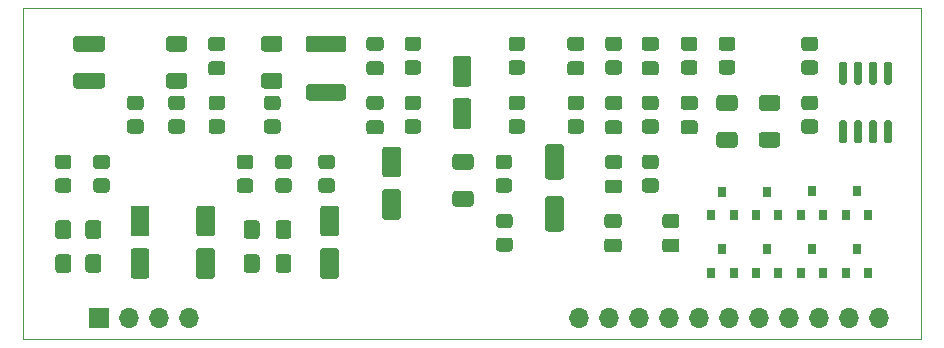
<source format=gbr>
%TF.GenerationSoftware,KiCad,Pcbnew,5.1.7-a382d34a8~87~ubuntu18.04.1*%
%TF.CreationDate,2020-10-31T20:21:00-04:00*%
%TF.ProjectId,DolbyS_NR_HIC,446f6c62-7953-45f4-9e52-5f4849432e6b,rev?*%
%TF.SameCoordinates,PXc65d400PY5d75c80*%
%TF.FileFunction,Soldermask,Bot*%
%TF.FilePolarity,Negative*%
%FSLAX46Y46*%
G04 Gerber Fmt 4.6, Leading zero omitted, Abs format (unit mm)*
G04 Created by KiCad (PCBNEW 5.1.7-a382d34a8~87~ubuntu18.04.1) date 2020-10-31 20:21:00*
%MOMM*%
%LPD*%
G01*
G04 APERTURE LIST*
%TA.AperFunction,Profile*%
%ADD10C,0.100000*%
%TD*%
%ADD11R,1.700000X1.700000*%
%ADD12O,1.700000X1.700000*%
%ADD13R,0.800000X0.900000*%
G04 APERTURE END LIST*
D10*
X-76000000Y-27000000D02*
X-76000000Y1000000D01*
X0Y-27000000D02*
X-76000000Y-27000000D01*
X0Y1000000D02*
X0Y-27000000D01*
X-76000000Y1000000D02*
X0Y1000000D01*
D11*
%TO.C,J1*%
X-69570000Y-25190000D03*
D12*
X-67030000Y-25190000D03*
X-64490000Y-25190000D03*
X-61950000Y-25190000D03*
X-28930000Y-25190000D03*
X-26390000Y-25190000D03*
X-23850000Y-25190000D03*
X-21310000Y-25190000D03*
X-18770000Y-25190000D03*
X-16230000Y-25190000D03*
X-13690000Y-25190000D03*
X-11150000Y-25190000D03*
X-8610000Y-25190000D03*
X-6070000Y-25190000D03*
X-3530000Y-25190000D03*
%TD*%
%TO.C,C46*%
G36*
G01*
X-70475001Y-19812500D02*
X-69624999Y-19812500D01*
G75*
G02*
X-69375000Y-20062499I0J-249999D01*
G01*
X-69375000Y-21137501D01*
G75*
G02*
X-69624999Y-21387500I-249999J0D01*
G01*
X-70475001Y-21387500D01*
G75*
G02*
X-70725000Y-21137501I0J249999D01*
G01*
X-70725000Y-20062499D01*
G75*
G02*
X-70475001Y-19812500I249999J0D01*
G01*
G37*
G36*
G01*
X-70475001Y-16937500D02*
X-69624999Y-16937500D01*
G75*
G02*
X-69375000Y-17187499I0J-249999D01*
G01*
X-69375000Y-18262501D01*
G75*
G02*
X-69624999Y-18512500I-249999J0D01*
G01*
X-70475001Y-18512500D01*
G75*
G02*
X-70725000Y-18262501I0J249999D01*
G01*
X-70725000Y-17187499D01*
G75*
G02*
X-70475001Y-16937500I249999J0D01*
G01*
G37*
%TD*%
D13*
%TO.C,D1*%
X-5400000Y-14500000D03*
X-6350000Y-16500000D03*
X-4450000Y-16500000D03*
%TD*%
%TO.C,D4*%
X-16800000Y-14522000D03*
X-17750000Y-16522000D03*
X-15850000Y-16522000D03*
%TD*%
%TO.C,D3*%
X-9200000Y-14500000D03*
X-10150000Y-16500000D03*
X-8250000Y-16500000D03*
%TD*%
%TO.C,D2*%
X-13000000Y-14522000D03*
X-13950000Y-16522000D03*
X-12050000Y-16522000D03*
%TD*%
%TO.C,C47*%
G36*
G01*
X-55600001Y-4462500D02*
X-54299999Y-4462500D01*
G75*
G02*
X-54050000Y-4712499I0J-249999D01*
G01*
X-54050000Y-5537501D01*
G75*
G02*
X-54299999Y-5787500I-249999J0D01*
G01*
X-55600001Y-5787500D01*
G75*
G02*
X-55850000Y-5537501I0J249999D01*
G01*
X-55850000Y-4712499D01*
G75*
G02*
X-55600001Y-4462500I249999J0D01*
G01*
G37*
G36*
G01*
X-55600001Y-1337500D02*
X-54299999Y-1337500D01*
G75*
G02*
X-54050000Y-1587499I0J-249999D01*
G01*
X-54050000Y-2412501D01*
G75*
G02*
X-54299999Y-2662500I-249999J0D01*
G01*
X-55600001Y-2662500D01*
G75*
G02*
X-55850000Y-2412501I0J249999D01*
G01*
X-55850000Y-1587499D01*
G75*
G02*
X-55600001Y-1337500I249999J0D01*
G01*
G37*
%TD*%
%TO.C,C37*%
G36*
G01*
X-63650001Y-4462500D02*
X-62349999Y-4462500D01*
G75*
G02*
X-62100000Y-4712499I0J-249999D01*
G01*
X-62100000Y-5537501D01*
G75*
G02*
X-62349999Y-5787500I-249999J0D01*
G01*
X-63650001Y-5787500D01*
G75*
G02*
X-63900000Y-5537501I0J249999D01*
G01*
X-63900000Y-4712499D01*
G75*
G02*
X-63650001Y-4462500I249999J0D01*
G01*
G37*
G36*
G01*
X-63650001Y-1337500D02*
X-62349999Y-1337500D01*
G75*
G02*
X-62100000Y-1587499I0J-249999D01*
G01*
X-62100000Y-2412501D01*
G75*
G02*
X-62349999Y-2662500I-249999J0D01*
G01*
X-63650001Y-2662500D01*
G75*
G02*
X-63900000Y-2412501I0J249999D01*
G01*
X-63900000Y-1587499D01*
G75*
G02*
X-63650001Y-1337500I249999J0D01*
G01*
G37*
%TD*%
%TO.C,C12*%
G36*
G01*
X-45350000Y-14300000D02*
X-44250000Y-14300000D01*
G75*
G02*
X-44000000Y-14550000I0J-250000D01*
G01*
X-44000000Y-16650000D01*
G75*
G02*
X-44250000Y-16900000I-250000J0D01*
G01*
X-45350000Y-16900000D01*
G75*
G02*
X-45600000Y-16650000I0J250000D01*
G01*
X-45600000Y-14550000D01*
G75*
G02*
X-45350000Y-14300000I250000J0D01*
G01*
G37*
G36*
G01*
X-45350000Y-10700000D02*
X-44250000Y-10700000D01*
G75*
G02*
X-44000000Y-10950000I0J-250000D01*
G01*
X-44000000Y-13050000D01*
G75*
G02*
X-44250000Y-13300000I-250000J0D01*
G01*
X-45350000Y-13300000D01*
G75*
G02*
X-45600000Y-13050000I0J250000D01*
G01*
X-45600000Y-10950000D01*
G75*
G02*
X-45350000Y-10700000I250000J0D01*
G01*
G37*
%TD*%
%TO.C,U2*%
G36*
G01*
X-6728000Y-8467000D02*
X-6428000Y-8467000D01*
G75*
G02*
X-6278000Y-8617000I0J-150000D01*
G01*
X-6278000Y-10267000D01*
G75*
G02*
X-6428000Y-10417000I-150000J0D01*
G01*
X-6728000Y-10417000D01*
G75*
G02*
X-6878000Y-10267000I0J150000D01*
G01*
X-6878000Y-8617000D01*
G75*
G02*
X-6728000Y-8467000I150000J0D01*
G01*
G37*
G36*
G01*
X-5458000Y-8467000D02*
X-5158000Y-8467000D01*
G75*
G02*
X-5008000Y-8617000I0J-150000D01*
G01*
X-5008000Y-10267000D01*
G75*
G02*
X-5158000Y-10417000I-150000J0D01*
G01*
X-5458000Y-10417000D01*
G75*
G02*
X-5608000Y-10267000I0J150000D01*
G01*
X-5608000Y-8617000D01*
G75*
G02*
X-5458000Y-8467000I150000J0D01*
G01*
G37*
G36*
G01*
X-4188000Y-8467000D02*
X-3888000Y-8467000D01*
G75*
G02*
X-3738000Y-8617000I0J-150000D01*
G01*
X-3738000Y-10267000D01*
G75*
G02*
X-3888000Y-10417000I-150000J0D01*
G01*
X-4188000Y-10417000D01*
G75*
G02*
X-4338000Y-10267000I0J150000D01*
G01*
X-4338000Y-8617000D01*
G75*
G02*
X-4188000Y-8467000I150000J0D01*
G01*
G37*
G36*
G01*
X-2918000Y-8467000D02*
X-2618000Y-8467000D01*
G75*
G02*
X-2468000Y-8617000I0J-150000D01*
G01*
X-2468000Y-10267000D01*
G75*
G02*
X-2618000Y-10417000I-150000J0D01*
G01*
X-2918000Y-10417000D01*
G75*
G02*
X-3068000Y-10267000I0J150000D01*
G01*
X-3068000Y-8617000D01*
G75*
G02*
X-2918000Y-8467000I150000J0D01*
G01*
G37*
G36*
G01*
X-2918000Y-3517000D02*
X-2618000Y-3517000D01*
G75*
G02*
X-2468000Y-3667000I0J-150000D01*
G01*
X-2468000Y-5317000D01*
G75*
G02*
X-2618000Y-5467000I-150000J0D01*
G01*
X-2918000Y-5467000D01*
G75*
G02*
X-3068000Y-5317000I0J150000D01*
G01*
X-3068000Y-3667000D01*
G75*
G02*
X-2918000Y-3517000I150000J0D01*
G01*
G37*
G36*
G01*
X-4188000Y-3517000D02*
X-3888000Y-3517000D01*
G75*
G02*
X-3738000Y-3667000I0J-150000D01*
G01*
X-3738000Y-5317000D01*
G75*
G02*
X-3888000Y-5467000I-150000J0D01*
G01*
X-4188000Y-5467000D01*
G75*
G02*
X-4338000Y-5317000I0J150000D01*
G01*
X-4338000Y-3667000D01*
G75*
G02*
X-4188000Y-3517000I150000J0D01*
G01*
G37*
G36*
G01*
X-5458000Y-3517000D02*
X-5158000Y-3517000D01*
G75*
G02*
X-5008000Y-3667000I0J-150000D01*
G01*
X-5008000Y-5317000D01*
G75*
G02*
X-5158000Y-5467000I-150000J0D01*
G01*
X-5458000Y-5467000D01*
G75*
G02*
X-5608000Y-5317000I0J150000D01*
G01*
X-5608000Y-3667000D01*
G75*
G02*
X-5458000Y-3517000I150000J0D01*
G01*
G37*
G36*
G01*
X-6728000Y-3517000D02*
X-6428000Y-3517000D01*
G75*
G02*
X-6278000Y-3667000I0J-150000D01*
G01*
X-6278000Y-5317000D01*
G75*
G02*
X-6428000Y-5467000I-150000J0D01*
G01*
X-6728000Y-5467000D01*
G75*
G02*
X-6878000Y-5317000I0J150000D01*
G01*
X-6878000Y-3667000D01*
G75*
G02*
X-6728000Y-3517000I150000J0D01*
G01*
G37*
%TD*%
%TO.C,R52*%
G36*
G01*
X-34650001Y-8400000D02*
X-33749999Y-8400000D01*
G75*
G02*
X-33500000Y-8649999I0J-249999D01*
G01*
X-33500000Y-9350001D01*
G75*
G02*
X-33749999Y-9600000I-249999J0D01*
G01*
X-34650001Y-9600000D01*
G75*
G02*
X-34900000Y-9350001I0J249999D01*
G01*
X-34900000Y-8649999D01*
G75*
G02*
X-34650001Y-8400000I249999J0D01*
G01*
G37*
G36*
G01*
X-34650001Y-6400000D02*
X-33749999Y-6400000D01*
G75*
G02*
X-33500000Y-6649999I0J-249999D01*
G01*
X-33500000Y-7350001D01*
G75*
G02*
X-33749999Y-7600000I-249999J0D01*
G01*
X-34650001Y-7600000D01*
G75*
G02*
X-34900000Y-7350001I0J249999D01*
G01*
X-34900000Y-6649999D01*
G75*
G02*
X-34650001Y-6400000I249999J0D01*
G01*
G37*
%TD*%
%TO.C,R51*%
G36*
G01*
X-50750001Y-13400000D02*
X-49849999Y-13400000D01*
G75*
G02*
X-49600000Y-13649999I0J-249999D01*
G01*
X-49600000Y-14350001D01*
G75*
G02*
X-49849999Y-14600000I-249999J0D01*
G01*
X-50750001Y-14600000D01*
G75*
G02*
X-51000000Y-14350001I0J249999D01*
G01*
X-51000000Y-13649999D01*
G75*
G02*
X-50750001Y-13400000I249999J0D01*
G01*
G37*
G36*
G01*
X-50750001Y-11400000D02*
X-49849999Y-11400000D01*
G75*
G02*
X-49600000Y-11649999I0J-249999D01*
G01*
X-49600000Y-12350001D01*
G75*
G02*
X-49849999Y-12600000I-249999J0D01*
G01*
X-50750001Y-12600000D01*
G75*
G02*
X-51000000Y-12350001I0J249999D01*
G01*
X-51000000Y-11649999D01*
G75*
G02*
X-50750001Y-11400000I249999J0D01*
G01*
G37*
%TD*%
%TO.C,R49*%
G36*
G01*
X-55350001Y-8400000D02*
X-54449999Y-8400000D01*
G75*
G02*
X-54200000Y-8649999I0J-249999D01*
G01*
X-54200000Y-9350001D01*
G75*
G02*
X-54449999Y-9600000I-249999J0D01*
G01*
X-55350001Y-9600000D01*
G75*
G02*
X-55600000Y-9350001I0J249999D01*
G01*
X-55600000Y-8649999D01*
G75*
G02*
X-55350001Y-8400000I249999J0D01*
G01*
G37*
G36*
G01*
X-55350001Y-6400000D02*
X-54449999Y-6400000D01*
G75*
G02*
X-54200000Y-6649999I0J-249999D01*
G01*
X-54200000Y-7350001D01*
G75*
G02*
X-54449999Y-7600000I-249999J0D01*
G01*
X-55350001Y-7600000D01*
G75*
G02*
X-55600000Y-7350001I0J249999D01*
G01*
X-55600000Y-6649999D01*
G75*
G02*
X-55350001Y-6400000I249999J0D01*
G01*
G37*
%TD*%
%TO.C,R48*%
G36*
G01*
X-68909999Y-12600000D02*
X-69810001Y-12600000D01*
G75*
G02*
X-70060000Y-12350001I0J249999D01*
G01*
X-70060000Y-11649999D01*
G75*
G02*
X-69810001Y-11400000I249999J0D01*
G01*
X-68909999Y-11400000D01*
G75*
G02*
X-68660000Y-11649999I0J-249999D01*
G01*
X-68660000Y-12350001D01*
G75*
G02*
X-68909999Y-12600000I-249999J0D01*
G01*
G37*
G36*
G01*
X-68909999Y-14600000D02*
X-69810001Y-14600000D01*
G75*
G02*
X-70060000Y-14350001I0J249999D01*
G01*
X-70060000Y-13649999D01*
G75*
G02*
X-69810001Y-13400000I249999J0D01*
G01*
X-68909999Y-13400000D01*
G75*
G02*
X-68660000Y-13649999I0J-249999D01*
G01*
X-68660000Y-14350001D01*
G75*
G02*
X-68909999Y-14600000I-249999J0D01*
G01*
G37*
%TD*%
%TO.C,R47*%
G36*
G01*
X-53499999Y-12600000D02*
X-54400001Y-12600000D01*
G75*
G02*
X-54650000Y-12350001I0J249999D01*
G01*
X-54650000Y-11649999D01*
G75*
G02*
X-54400001Y-11400000I249999J0D01*
G01*
X-53499999Y-11400000D01*
G75*
G02*
X-53250000Y-11649999I0J-249999D01*
G01*
X-53250000Y-12350001D01*
G75*
G02*
X-53499999Y-12600000I-249999J0D01*
G01*
G37*
G36*
G01*
X-53499999Y-14600000D02*
X-54400001Y-14600000D01*
G75*
G02*
X-54650000Y-14350001I0J249999D01*
G01*
X-54650000Y-13649999D01*
G75*
G02*
X-54400001Y-13400000I249999J0D01*
G01*
X-53499999Y-13400000D01*
G75*
G02*
X-53250000Y-13649999I0J-249999D01*
G01*
X-53250000Y-14350001D01*
G75*
G02*
X-53499999Y-14600000I-249999J0D01*
G01*
G37*
%TD*%
%TO.C,R46*%
G36*
G01*
X-72149999Y-12600000D02*
X-73050001Y-12600000D01*
G75*
G02*
X-73300000Y-12350001I0J249999D01*
G01*
X-73300000Y-11649999D01*
G75*
G02*
X-73050001Y-11400000I249999J0D01*
G01*
X-72149999Y-11400000D01*
G75*
G02*
X-71900000Y-11649999I0J-249999D01*
G01*
X-71900000Y-12350001D01*
G75*
G02*
X-72149999Y-12600000I-249999J0D01*
G01*
G37*
G36*
G01*
X-72149999Y-14600000D02*
X-73050001Y-14600000D01*
G75*
G02*
X-73300000Y-14350001I0J249999D01*
G01*
X-73300000Y-13649999D01*
G75*
G02*
X-73050001Y-13400000I249999J0D01*
G01*
X-72149999Y-13400000D01*
G75*
G02*
X-71900000Y-13649999I0J-249999D01*
G01*
X-71900000Y-14350001D01*
G75*
G02*
X-72149999Y-14600000I-249999J0D01*
G01*
G37*
%TD*%
%TO.C,R45*%
G36*
G01*
X-57660001Y-13400000D02*
X-56759999Y-13400000D01*
G75*
G02*
X-56510000Y-13649999I0J-249999D01*
G01*
X-56510000Y-14350001D01*
G75*
G02*
X-56759999Y-14600000I-249999J0D01*
G01*
X-57660001Y-14600000D01*
G75*
G02*
X-57910000Y-14350001I0J249999D01*
G01*
X-57910000Y-13649999D01*
G75*
G02*
X-57660001Y-13400000I249999J0D01*
G01*
G37*
G36*
G01*
X-57660001Y-11400000D02*
X-56759999Y-11400000D01*
G75*
G02*
X-56510000Y-11649999I0J-249999D01*
G01*
X-56510000Y-12350001D01*
G75*
G02*
X-56759999Y-12600000I-249999J0D01*
G01*
X-57660001Y-12600000D01*
G75*
G02*
X-57910000Y-12350001I0J249999D01*
G01*
X-57910000Y-11649999D01*
G75*
G02*
X-57660001Y-11400000I249999J0D01*
G01*
G37*
%TD*%
%TO.C,R44*%
G36*
G01*
X-60050001Y-8400000D02*
X-59149999Y-8400000D01*
G75*
G02*
X-58900000Y-8649999I0J-249999D01*
G01*
X-58900000Y-9350001D01*
G75*
G02*
X-59149999Y-9600000I-249999J0D01*
G01*
X-60050001Y-9600000D01*
G75*
G02*
X-60300000Y-9350001I0J249999D01*
G01*
X-60300000Y-8649999D01*
G75*
G02*
X-60050001Y-8400000I249999J0D01*
G01*
G37*
G36*
G01*
X-60050001Y-6400000D02*
X-59149999Y-6400000D01*
G75*
G02*
X-58900000Y-6649999I0J-249999D01*
G01*
X-58900000Y-7350001D01*
G75*
G02*
X-59149999Y-7600000I-249999J0D01*
G01*
X-60050001Y-7600000D01*
G75*
G02*
X-60300000Y-7350001I0J249999D01*
G01*
X-60300000Y-6649999D01*
G75*
G02*
X-60050001Y-6400000I249999J0D01*
G01*
G37*
%TD*%
%TO.C,R42*%
G36*
G01*
X-63450001Y-8400000D02*
X-62549999Y-8400000D01*
G75*
G02*
X-62300000Y-8649999I0J-249999D01*
G01*
X-62300000Y-9350001D01*
G75*
G02*
X-62549999Y-9600000I-249999J0D01*
G01*
X-63450001Y-9600000D01*
G75*
G02*
X-63700000Y-9350001I0J249999D01*
G01*
X-63700000Y-8649999D01*
G75*
G02*
X-63450001Y-8400000I249999J0D01*
G01*
G37*
G36*
G01*
X-63450001Y-6400000D02*
X-62549999Y-6400000D01*
G75*
G02*
X-62300000Y-6649999I0J-249999D01*
G01*
X-62300000Y-7350001D01*
G75*
G02*
X-62549999Y-7600000I-249999J0D01*
G01*
X-63450001Y-7600000D01*
G75*
G02*
X-63700000Y-7350001I0J249999D01*
G01*
X-63700000Y-6649999D01*
G75*
G02*
X-63450001Y-6400000I249999J0D01*
G01*
G37*
%TD*%
%TO.C,R40*%
G36*
G01*
X-34650001Y-3400000D02*
X-33749999Y-3400000D01*
G75*
G02*
X-33500000Y-3649999I0J-249999D01*
G01*
X-33500000Y-4350001D01*
G75*
G02*
X-33749999Y-4600000I-249999J0D01*
G01*
X-34650001Y-4600000D01*
G75*
G02*
X-34900000Y-4350001I0J249999D01*
G01*
X-34900000Y-3649999D01*
G75*
G02*
X-34650001Y-3400000I249999J0D01*
G01*
G37*
G36*
G01*
X-34650001Y-1400000D02*
X-33749999Y-1400000D01*
G75*
G02*
X-33500000Y-1649999I0J-249999D01*
G01*
X-33500000Y-2350001D01*
G75*
G02*
X-33749999Y-2600000I-249999J0D01*
G01*
X-34650001Y-2600000D01*
G75*
G02*
X-34900000Y-2350001I0J249999D01*
G01*
X-34900000Y-1649999D01*
G75*
G02*
X-34650001Y-1400000I249999J0D01*
G01*
G37*
%TD*%
%TO.C,R38*%
G36*
G01*
X-66049999Y-7600000D02*
X-66950001Y-7600000D01*
G75*
G02*
X-67200000Y-7350001I0J249999D01*
G01*
X-67200000Y-6649999D01*
G75*
G02*
X-66950001Y-6400000I249999J0D01*
G01*
X-66049999Y-6400000D01*
G75*
G02*
X-65800000Y-6649999I0J-249999D01*
G01*
X-65800000Y-7350001D01*
G75*
G02*
X-66049999Y-7600000I-249999J0D01*
G01*
G37*
G36*
G01*
X-66049999Y-9600000D02*
X-66950001Y-9600000D01*
G75*
G02*
X-67200000Y-9350001I0J249999D01*
G01*
X-67200000Y-8649999D01*
G75*
G02*
X-66950001Y-8400000I249999J0D01*
G01*
X-66049999Y-8400000D01*
G75*
G02*
X-65800000Y-8649999I0J-249999D01*
G01*
X-65800000Y-9350001D01*
G75*
G02*
X-66049999Y-9600000I-249999J0D01*
G01*
G37*
%TD*%
%TO.C,R32*%
G36*
G01*
X-42549999Y-2600000D02*
X-43450001Y-2600000D01*
G75*
G02*
X-43700000Y-2350001I0J249999D01*
G01*
X-43700000Y-1649999D01*
G75*
G02*
X-43450001Y-1400000I249999J0D01*
G01*
X-42549999Y-1400000D01*
G75*
G02*
X-42300000Y-1649999I0J-249999D01*
G01*
X-42300000Y-2350001D01*
G75*
G02*
X-42549999Y-2600000I-249999J0D01*
G01*
G37*
G36*
G01*
X-42549999Y-4600000D02*
X-43450001Y-4600000D01*
G75*
G02*
X-43700000Y-4350001I0J249999D01*
G01*
X-43700000Y-3649999D01*
G75*
G02*
X-43450001Y-3400000I249999J0D01*
G01*
X-42549999Y-3400000D01*
G75*
G02*
X-42300000Y-3649999I0J-249999D01*
G01*
X-42300000Y-4350001D01*
G75*
G02*
X-42549999Y-4600000I-249999J0D01*
G01*
G37*
%TD*%
%TO.C,R29*%
G36*
G01*
X-42549999Y-7600000D02*
X-43450001Y-7600000D01*
G75*
G02*
X-43700000Y-7350001I0J249999D01*
G01*
X-43700000Y-6649999D01*
G75*
G02*
X-43450001Y-6400000I249999J0D01*
G01*
X-42549999Y-6400000D01*
G75*
G02*
X-42300000Y-6649999I0J-249999D01*
G01*
X-42300000Y-7350001D01*
G75*
G02*
X-42549999Y-7600000I-249999J0D01*
G01*
G37*
G36*
G01*
X-42549999Y-9600000D02*
X-43450001Y-9600000D01*
G75*
G02*
X-43700000Y-9350001I0J249999D01*
G01*
X-43700000Y-8649999D01*
G75*
G02*
X-43450001Y-8400000I249999J0D01*
G01*
X-42549999Y-8400000D01*
G75*
G02*
X-42300000Y-8649999I0J-249999D01*
G01*
X-42300000Y-9350001D01*
G75*
G02*
X-42549999Y-9600000I-249999J0D01*
G01*
G37*
%TD*%
%TO.C,R28*%
G36*
G01*
X-35700001Y-18400000D02*
X-34799999Y-18400000D01*
G75*
G02*
X-34550000Y-18649999I0J-249999D01*
G01*
X-34550000Y-19350001D01*
G75*
G02*
X-34799999Y-19600000I-249999J0D01*
G01*
X-35700001Y-19600000D01*
G75*
G02*
X-35950000Y-19350001I0J249999D01*
G01*
X-35950000Y-18649999D01*
G75*
G02*
X-35700001Y-18400000I249999J0D01*
G01*
G37*
G36*
G01*
X-35700001Y-16400000D02*
X-34799999Y-16400000D01*
G75*
G02*
X-34550000Y-16649999I0J-249999D01*
G01*
X-34550000Y-17350001D01*
G75*
G02*
X-34799999Y-17600000I-249999J0D01*
G01*
X-35700001Y-17600000D01*
G75*
G02*
X-35950000Y-17350001I0J249999D01*
G01*
X-35950000Y-16649999D01*
G75*
G02*
X-35700001Y-16400000I249999J0D01*
G01*
G37*
%TD*%
%TO.C,R26*%
G36*
G01*
X-22449999Y-7600000D02*
X-23350001Y-7600000D01*
G75*
G02*
X-23600000Y-7350001I0J249999D01*
G01*
X-23600000Y-6649999D01*
G75*
G02*
X-23350001Y-6400000I249999J0D01*
G01*
X-22449999Y-6400000D01*
G75*
G02*
X-22200000Y-6649999I0J-249999D01*
G01*
X-22200000Y-7350001D01*
G75*
G02*
X-22449999Y-7600000I-249999J0D01*
G01*
G37*
G36*
G01*
X-22449999Y-9600000D02*
X-23350001Y-9600000D01*
G75*
G02*
X-23600000Y-9350001I0J249999D01*
G01*
X-23600000Y-8649999D01*
G75*
G02*
X-23350001Y-8400000I249999J0D01*
G01*
X-22449999Y-8400000D01*
G75*
G02*
X-22200000Y-8649999I0J-249999D01*
G01*
X-22200000Y-9350001D01*
G75*
G02*
X-22449999Y-9600000I-249999J0D01*
G01*
G37*
%TD*%
%TO.C,R24*%
G36*
G01*
X-19149999Y-2600000D02*
X-20050001Y-2600000D01*
G75*
G02*
X-20300000Y-2350001I0J249999D01*
G01*
X-20300000Y-1649999D01*
G75*
G02*
X-20050001Y-1400000I249999J0D01*
G01*
X-19149999Y-1400000D01*
G75*
G02*
X-18900000Y-1649999I0J-249999D01*
G01*
X-18900000Y-2350001D01*
G75*
G02*
X-19149999Y-2600000I-249999J0D01*
G01*
G37*
G36*
G01*
X-19149999Y-4600000D02*
X-20050001Y-4600000D01*
G75*
G02*
X-20300000Y-4350001I0J249999D01*
G01*
X-20300000Y-3649999D01*
G75*
G02*
X-20050001Y-3400000I249999J0D01*
G01*
X-19149999Y-3400000D01*
G75*
G02*
X-18900000Y-3649999I0J-249999D01*
G01*
X-18900000Y-4350001D01*
G75*
G02*
X-19149999Y-4600000I-249999J0D01*
G01*
G37*
%TD*%
%TO.C,R20*%
G36*
G01*
X-23350001Y-13400000D02*
X-22449999Y-13400000D01*
G75*
G02*
X-22200000Y-13649999I0J-249999D01*
G01*
X-22200000Y-14350001D01*
G75*
G02*
X-22449999Y-14600000I-249999J0D01*
G01*
X-23350001Y-14600000D01*
G75*
G02*
X-23600000Y-14350001I0J249999D01*
G01*
X-23600000Y-13649999D01*
G75*
G02*
X-23350001Y-13400000I249999J0D01*
G01*
G37*
G36*
G01*
X-23350001Y-11400000D02*
X-22449999Y-11400000D01*
G75*
G02*
X-22200000Y-11649999I0J-249999D01*
G01*
X-22200000Y-12350001D01*
G75*
G02*
X-22449999Y-12600000I-249999J0D01*
G01*
X-23350001Y-12600000D01*
G75*
G02*
X-23600000Y-12350001I0J249999D01*
G01*
X-23600000Y-11649999D01*
G75*
G02*
X-23350001Y-11400000I249999J0D01*
G01*
G37*
%TD*%
%TO.C,R19*%
G36*
G01*
X-26450001Y-3400000D02*
X-25549999Y-3400000D01*
G75*
G02*
X-25300000Y-3649999I0J-249999D01*
G01*
X-25300000Y-4350001D01*
G75*
G02*
X-25549999Y-4600000I-249999J0D01*
G01*
X-26450001Y-4600000D01*
G75*
G02*
X-26700000Y-4350001I0J249999D01*
G01*
X-26700000Y-3649999D01*
G75*
G02*
X-26450001Y-3400000I249999J0D01*
G01*
G37*
G36*
G01*
X-26450001Y-1400000D02*
X-25549999Y-1400000D01*
G75*
G02*
X-25300000Y-1649999I0J-249999D01*
G01*
X-25300000Y-2350001D01*
G75*
G02*
X-25549999Y-2600000I-249999J0D01*
G01*
X-26450001Y-2600000D01*
G75*
G02*
X-26700000Y-2350001I0J249999D01*
G01*
X-26700000Y-1649999D01*
G75*
G02*
X-26450001Y-1400000I249999J0D01*
G01*
G37*
%TD*%
%TO.C,R16*%
G36*
G01*
X-16850001Y-3400000D02*
X-15949999Y-3400000D01*
G75*
G02*
X-15700000Y-3649999I0J-249999D01*
G01*
X-15700000Y-4350001D01*
G75*
G02*
X-15949999Y-4600000I-249999J0D01*
G01*
X-16850001Y-4600000D01*
G75*
G02*
X-17100000Y-4350001I0J249999D01*
G01*
X-17100000Y-3649999D01*
G75*
G02*
X-16850001Y-3400000I249999J0D01*
G01*
G37*
G36*
G01*
X-16850001Y-1400000D02*
X-15949999Y-1400000D01*
G75*
G02*
X-15700000Y-1649999I0J-249999D01*
G01*
X-15700000Y-2350001D01*
G75*
G02*
X-15949999Y-2600000I-249999J0D01*
G01*
X-16850001Y-2600000D01*
G75*
G02*
X-17100000Y-2350001I0J249999D01*
G01*
X-17100000Y-1649999D01*
G75*
G02*
X-16850001Y-1400000I249999J0D01*
G01*
G37*
%TD*%
%TO.C,R15*%
G36*
G01*
X-28749999Y-7600000D02*
X-29650001Y-7600000D01*
G75*
G02*
X-29900000Y-7350001I0J249999D01*
G01*
X-29900000Y-6649999D01*
G75*
G02*
X-29650001Y-6400000I249999J0D01*
G01*
X-28749999Y-6400000D01*
G75*
G02*
X-28500000Y-6649999I0J-249999D01*
G01*
X-28500000Y-7350001D01*
G75*
G02*
X-28749999Y-7600000I-249999J0D01*
G01*
G37*
G36*
G01*
X-28749999Y-9600000D02*
X-29650001Y-9600000D01*
G75*
G02*
X-29900000Y-9350001I0J249999D01*
G01*
X-29900000Y-8649999D01*
G75*
G02*
X-29650001Y-8400000I249999J0D01*
G01*
X-28749999Y-8400000D01*
G75*
G02*
X-28500000Y-8649999I0J-249999D01*
G01*
X-28500000Y-9350001D01*
G75*
G02*
X-28749999Y-9600000I-249999J0D01*
G01*
G37*
%TD*%
%TO.C,R14*%
G36*
G01*
X-9850001Y-3400000D02*
X-8949999Y-3400000D01*
G75*
G02*
X-8700000Y-3649999I0J-249999D01*
G01*
X-8700000Y-4350001D01*
G75*
G02*
X-8949999Y-4600000I-249999J0D01*
G01*
X-9850001Y-4600000D01*
G75*
G02*
X-10100000Y-4350001I0J249999D01*
G01*
X-10100000Y-3649999D01*
G75*
G02*
X-9850001Y-3400000I249999J0D01*
G01*
G37*
G36*
G01*
X-9850001Y-1400000D02*
X-8949999Y-1400000D01*
G75*
G02*
X-8700000Y-1649999I0J-249999D01*
G01*
X-8700000Y-2350001D01*
G75*
G02*
X-8949999Y-2600000I-249999J0D01*
G01*
X-9850001Y-2600000D01*
G75*
G02*
X-10100000Y-2350001I0J249999D01*
G01*
X-10100000Y-1649999D01*
G75*
G02*
X-9850001Y-1400000I249999J0D01*
G01*
G37*
%TD*%
%TO.C,R10*%
G36*
G01*
X-8949999Y-7600000D02*
X-9850001Y-7600000D01*
G75*
G02*
X-10100000Y-7350001I0J249999D01*
G01*
X-10100000Y-6649999D01*
G75*
G02*
X-9850001Y-6400000I249999J0D01*
G01*
X-8949999Y-6400000D01*
G75*
G02*
X-8700000Y-6649999I0J-249999D01*
G01*
X-8700000Y-7350001D01*
G75*
G02*
X-8949999Y-7600000I-249999J0D01*
G01*
G37*
G36*
G01*
X-8949999Y-9600000D02*
X-9850001Y-9600000D01*
G75*
G02*
X-10100000Y-9350001I0J249999D01*
G01*
X-10100000Y-8649999D01*
G75*
G02*
X-9850001Y-8400000I249999J0D01*
G01*
X-8949999Y-8400000D01*
G75*
G02*
X-8700000Y-8649999I0J-249999D01*
G01*
X-8700000Y-9350001D01*
G75*
G02*
X-8949999Y-9600000I-249999J0D01*
G01*
G37*
%TD*%
%TO.C,R8*%
G36*
G01*
X-35750001Y-13400000D02*
X-34849999Y-13400000D01*
G75*
G02*
X-34600000Y-13649999I0J-249999D01*
G01*
X-34600000Y-14350001D01*
G75*
G02*
X-34849999Y-14600000I-249999J0D01*
G01*
X-35750001Y-14600000D01*
G75*
G02*
X-36000000Y-14350001I0J249999D01*
G01*
X-36000000Y-13649999D01*
G75*
G02*
X-35750001Y-13400000I249999J0D01*
G01*
G37*
G36*
G01*
X-35750001Y-11400000D02*
X-34849999Y-11400000D01*
G75*
G02*
X-34600000Y-11649999I0J-249999D01*
G01*
X-34600000Y-12350001D01*
G75*
G02*
X-34849999Y-12600000I-249999J0D01*
G01*
X-35750001Y-12600000D01*
G75*
G02*
X-36000000Y-12350001I0J249999D01*
G01*
X-36000000Y-11649999D01*
G75*
G02*
X-35750001Y-11400000I249999J0D01*
G01*
G37*
%TD*%
%TO.C,Q4*%
X-16800000Y-19400000D03*
X-17750000Y-21400000D03*
X-15850000Y-21400000D03*
%TD*%
%TO.C,Q3*%
X-9200000Y-19400000D03*
X-10150000Y-21400000D03*
X-8250000Y-21400000D03*
%TD*%
%TO.C,Q2*%
X-13000000Y-19400000D03*
X-13950000Y-21400000D03*
X-12050000Y-21400000D03*
%TD*%
%TO.C,Q1*%
X-5400000Y-19400000D03*
X-6350000Y-21400000D03*
X-4450000Y-21400000D03*
%TD*%
%TO.C,C49*%
G36*
G01*
X-51800001Y-5400000D02*
X-48899999Y-5400000D01*
G75*
G02*
X-48650000Y-5649999I0J-249999D01*
G01*
X-48650000Y-6550001D01*
G75*
G02*
X-48899999Y-6800000I-249999J0D01*
G01*
X-51800001Y-6800000D01*
G75*
G02*
X-52050000Y-6550001I0J249999D01*
G01*
X-52050000Y-5649999D01*
G75*
G02*
X-51800001Y-5400000I249999J0D01*
G01*
G37*
G36*
G01*
X-51800001Y-1300000D02*
X-48899999Y-1300000D01*
G75*
G02*
X-48650000Y-1549999I0J-249999D01*
G01*
X-48650000Y-2450001D01*
G75*
G02*
X-48899999Y-2700000I-249999J0D01*
G01*
X-51800001Y-2700000D01*
G75*
G02*
X-52050000Y-2450001I0J249999D01*
G01*
X-52050000Y-1549999D01*
G75*
G02*
X-51800001Y-1300000I249999J0D01*
G01*
G37*
%TD*%
%TO.C,C48*%
G36*
G01*
X-66650000Y-19300000D02*
X-65550000Y-19300000D01*
G75*
G02*
X-65300000Y-19550000I0J-250000D01*
G01*
X-65300000Y-21650000D01*
G75*
G02*
X-65550000Y-21900000I-250000J0D01*
G01*
X-66650000Y-21900000D01*
G75*
G02*
X-66900000Y-21650000I0J250000D01*
G01*
X-66900000Y-19550000D01*
G75*
G02*
X-66650000Y-19300000I250000J0D01*
G01*
G37*
G36*
G01*
X-66650000Y-15700000D02*
X-65550000Y-15700000D01*
G75*
G02*
X-65300000Y-15950000I0J-250000D01*
G01*
X-65300000Y-18050000D01*
G75*
G02*
X-65550000Y-18300000I-250000J0D01*
G01*
X-66650000Y-18300000D01*
G75*
G02*
X-66900000Y-18050000I0J250000D01*
G01*
X-66900000Y-15950000D01*
G75*
G02*
X-66650000Y-15700000I250000J0D01*
G01*
G37*
%TD*%
%TO.C,C45*%
G36*
G01*
X-54375001Y-19812500D02*
X-53524999Y-19812500D01*
G75*
G02*
X-53275000Y-20062499I0J-249999D01*
G01*
X-53275000Y-21137501D01*
G75*
G02*
X-53524999Y-21387500I-249999J0D01*
G01*
X-54375001Y-21387500D01*
G75*
G02*
X-54625000Y-21137501I0J249999D01*
G01*
X-54625000Y-20062499D01*
G75*
G02*
X-54375001Y-19812500I249999J0D01*
G01*
G37*
G36*
G01*
X-54375001Y-16937500D02*
X-53524999Y-16937500D01*
G75*
G02*
X-53275000Y-17187499I0J-249999D01*
G01*
X-53275000Y-18262501D01*
G75*
G02*
X-53524999Y-18512500I-249999J0D01*
G01*
X-54375001Y-18512500D01*
G75*
G02*
X-54625000Y-18262501I0J249999D01*
G01*
X-54625000Y-17187499D01*
G75*
G02*
X-54375001Y-16937500I249999J0D01*
G01*
G37*
%TD*%
%TO.C,C44*%
G36*
G01*
X-61100000Y-19300000D02*
X-60000000Y-19300000D01*
G75*
G02*
X-59750000Y-19550000I0J-250000D01*
G01*
X-59750000Y-21650000D01*
G75*
G02*
X-60000000Y-21900000I-250000J0D01*
G01*
X-61100000Y-21900000D01*
G75*
G02*
X-61350000Y-21650000I0J250000D01*
G01*
X-61350000Y-19550000D01*
G75*
G02*
X-61100000Y-19300000I250000J0D01*
G01*
G37*
G36*
G01*
X-61100000Y-15700000D02*
X-60000000Y-15700000D01*
G75*
G02*
X-59750000Y-15950000I0J-250000D01*
G01*
X-59750000Y-18050000D01*
G75*
G02*
X-60000000Y-18300000I-250000J0D01*
G01*
X-61100000Y-18300000D01*
G75*
G02*
X-61350000Y-18050000I0J250000D01*
G01*
X-61350000Y-15950000D01*
G75*
G02*
X-61100000Y-15700000I250000J0D01*
G01*
G37*
%TD*%
%TO.C,C43*%
G36*
G01*
X-73025001Y-19812500D02*
X-72174999Y-19812500D01*
G75*
G02*
X-71925000Y-20062499I0J-249999D01*
G01*
X-71925000Y-21137501D01*
G75*
G02*
X-72174999Y-21387500I-249999J0D01*
G01*
X-73025001Y-21387500D01*
G75*
G02*
X-73275000Y-21137501I0J249999D01*
G01*
X-73275000Y-20062499D01*
G75*
G02*
X-73025001Y-19812500I249999J0D01*
G01*
G37*
G36*
G01*
X-73025001Y-16937500D02*
X-72174999Y-16937500D01*
G75*
G02*
X-71925000Y-17187499I0J-249999D01*
G01*
X-71925000Y-18262501D01*
G75*
G02*
X-72174999Y-18512500I-249999J0D01*
G01*
X-73025001Y-18512500D01*
G75*
G02*
X-73275000Y-18262501I0J249999D01*
G01*
X-73275000Y-17187499D01*
G75*
G02*
X-73025001Y-16937500I249999J0D01*
G01*
G37*
%TD*%
%TO.C,C42*%
G36*
G01*
X-57075001Y-19812500D02*
X-56224999Y-19812500D01*
G75*
G02*
X-55975000Y-20062499I0J-249999D01*
G01*
X-55975000Y-21137501D01*
G75*
G02*
X-56224999Y-21387500I-249999J0D01*
G01*
X-57075001Y-21387500D01*
G75*
G02*
X-57325000Y-21137501I0J249999D01*
G01*
X-57325000Y-20062499D01*
G75*
G02*
X-57075001Y-19812500I249999J0D01*
G01*
G37*
G36*
G01*
X-57075001Y-16937500D02*
X-56224999Y-16937500D01*
G75*
G02*
X-55975000Y-17187499I0J-249999D01*
G01*
X-55975000Y-18262501D01*
G75*
G02*
X-56224999Y-18512500I-249999J0D01*
G01*
X-57075001Y-18512500D01*
G75*
G02*
X-57325000Y-18262501I0J249999D01*
G01*
X-57325000Y-17187499D01*
G75*
G02*
X-57075001Y-16937500I249999J0D01*
G01*
G37*
%TD*%
%TO.C,C41*%
G36*
G01*
X-50600000Y-19300000D02*
X-49500000Y-19300000D01*
G75*
G02*
X-49250000Y-19550000I0J-250000D01*
G01*
X-49250000Y-21650000D01*
G75*
G02*
X-49500000Y-21900000I-250000J0D01*
G01*
X-50600000Y-21900000D01*
G75*
G02*
X-50850000Y-21650000I0J250000D01*
G01*
X-50850000Y-19550000D01*
G75*
G02*
X-50600000Y-19300000I250000J0D01*
G01*
G37*
G36*
G01*
X-50600000Y-15700000D02*
X-49500000Y-15700000D01*
G75*
G02*
X-49250000Y-15950000I0J-250000D01*
G01*
X-49250000Y-18050000D01*
G75*
G02*
X-49500000Y-18300000I-250000J0D01*
G01*
X-50600000Y-18300000D01*
G75*
G02*
X-50850000Y-18050000I0J250000D01*
G01*
X-50850000Y-15950000D01*
G75*
G02*
X-50600000Y-15700000I250000J0D01*
G01*
G37*
%TD*%
%TO.C,C39*%
G36*
G01*
X-60075000Y-3487500D02*
X-59125000Y-3487500D01*
G75*
G02*
X-58875000Y-3737500I0J-250000D01*
G01*
X-58875000Y-4412500D01*
G75*
G02*
X-59125000Y-4662500I-250000J0D01*
G01*
X-60075000Y-4662500D01*
G75*
G02*
X-60325000Y-4412500I0J250000D01*
G01*
X-60325000Y-3737500D01*
G75*
G02*
X-60075000Y-3487500I250000J0D01*
G01*
G37*
G36*
G01*
X-60075000Y-1412500D02*
X-59125000Y-1412500D01*
G75*
G02*
X-58875000Y-1662500I0J-250000D01*
G01*
X-58875000Y-2337500D01*
G75*
G02*
X-59125000Y-2587500I-250000J0D01*
G01*
X-60075000Y-2587500D01*
G75*
G02*
X-60325000Y-2337500I0J250000D01*
G01*
X-60325000Y-1662500D01*
G75*
G02*
X-60075000Y-1412500I250000J0D01*
G01*
G37*
%TD*%
%TO.C,C35*%
G36*
G01*
X-71500001Y-4462500D02*
X-69299999Y-4462500D01*
G75*
G02*
X-69050000Y-4712499I0J-249999D01*
G01*
X-69050000Y-5537501D01*
G75*
G02*
X-69299999Y-5787500I-249999J0D01*
G01*
X-71500001Y-5787500D01*
G75*
G02*
X-71750000Y-5537501I0J249999D01*
G01*
X-71750000Y-4712499D01*
G75*
G02*
X-71500001Y-4462500I249999J0D01*
G01*
G37*
G36*
G01*
X-71500001Y-1337500D02*
X-69299999Y-1337500D01*
G75*
G02*
X-69050000Y-1587499I0J-249999D01*
G01*
X-69050000Y-2412501D01*
G75*
G02*
X-69299999Y-2662500I-249999J0D01*
G01*
X-71500001Y-2662500D01*
G75*
G02*
X-71750000Y-2412501I0J249999D01*
G01*
X-71750000Y-1587499D01*
G75*
G02*
X-71500001Y-1337500I249999J0D01*
G01*
G37*
%TD*%
%TO.C,C31*%
G36*
G01*
X-46675000Y-3487500D02*
X-45725000Y-3487500D01*
G75*
G02*
X-45475000Y-3737500I0J-250000D01*
G01*
X-45475000Y-4412500D01*
G75*
G02*
X-45725000Y-4662500I-250000J0D01*
G01*
X-46675000Y-4662500D01*
G75*
G02*
X-46925000Y-4412500I0J250000D01*
G01*
X-46925000Y-3737500D01*
G75*
G02*
X-46675000Y-3487500I250000J0D01*
G01*
G37*
G36*
G01*
X-46675000Y-1412500D02*
X-45725000Y-1412500D01*
G75*
G02*
X-45475000Y-1662500I0J-250000D01*
G01*
X-45475000Y-2337500D01*
G75*
G02*
X-45725000Y-2587500I-250000J0D01*
G01*
X-46675000Y-2587500D01*
G75*
G02*
X-46925000Y-2337500I0J250000D01*
G01*
X-46925000Y-1662500D01*
G75*
G02*
X-46675000Y-1412500I250000J0D01*
G01*
G37*
%TD*%
%TO.C,C28*%
G36*
G01*
X-45725000Y-7587500D02*
X-46675000Y-7587500D01*
G75*
G02*
X-46925000Y-7337500I0J250000D01*
G01*
X-46925000Y-6662500D01*
G75*
G02*
X-46675000Y-6412500I250000J0D01*
G01*
X-45725000Y-6412500D01*
G75*
G02*
X-45475000Y-6662500I0J-250000D01*
G01*
X-45475000Y-7337500D01*
G75*
G02*
X-45725000Y-7587500I-250000J0D01*
G01*
G37*
G36*
G01*
X-45725000Y-9662500D02*
X-46675000Y-9662500D01*
G75*
G02*
X-46925000Y-9412500I0J250000D01*
G01*
X-46925000Y-8737500D01*
G75*
G02*
X-46675000Y-8487500I250000J0D01*
G01*
X-45725000Y-8487500D01*
G75*
G02*
X-45475000Y-8737500I0J-250000D01*
G01*
X-45475000Y-9412500D01*
G75*
G02*
X-45725000Y-9662500I-250000J0D01*
G01*
G37*
%TD*%
%TO.C,C27*%
G36*
G01*
X-22425000Y-2587500D02*
X-23375000Y-2587500D01*
G75*
G02*
X-23625000Y-2337500I0J250000D01*
G01*
X-23625000Y-1662500D01*
G75*
G02*
X-23375000Y-1412500I250000J0D01*
G01*
X-22425000Y-1412500D01*
G75*
G02*
X-22175000Y-1662500I0J-250000D01*
G01*
X-22175000Y-2337500D01*
G75*
G02*
X-22425000Y-2587500I-250000J0D01*
G01*
G37*
G36*
G01*
X-22425000Y-4662500D02*
X-23375000Y-4662500D01*
G75*
G02*
X-23625000Y-4412500I0J250000D01*
G01*
X-23625000Y-3737500D01*
G75*
G02*
X-23375000Y-3487500I250000J0D01*
G01*
X-22425000Y-3487500D01*
G75*
G02*
X-22175000Y-3737500I0J-250000D01*
G01*
X-22175000Y-4412500D01*
G75*
G02*
X-22425000Y-4662500I-250000J0D01*
G01*
G37*
%TD*%
%TO.C,C24*%
G36*
G01*
X-20075000Y-8487500D02*
X-19125000Y-8487500D01*
G75*
G02*
X-18875000Y-8737500I0J-250000D01*
G01*
X-18875000Y-9412500D01*
G75*
G02*
X-19125000Y-9662500I-250000J0D01*
G01*
X-20075000Y-9662500D01*
G75*
G02*
X-20325000Y-9412500I0J250000D01*
G01*
X-20325000Y-8737500D01*
G75*
G02*
X-20075000Y-8487500I250000J0D01*
G01*
G37*
G36*
G01*
X-20075000Y-6412500D02*
X-19125000Y-6412500D01*
G75*
G02*
X-18875000Y-6662500I0J-250000D01*
G01*
X-18875000Y-7337500D01*
G75*
G02*
X-19125000Y-7587500I-250000J0D01*
G01*
X-20075000Y-7587500D01*
G75*
G02*
X-20325000Y-7337500I0J250000D01*
G01*
X-20325000Y-6662500D01*
G75*
G02*
X-20075000Y-6412500I250000J0D01*
G01*
G37*
%TD*%
%TO.C,C23*%
G36*
G01*
X-39386000Y-6618000D02*
X-38286000Y-6618000D01*
G75*
G02*
X-38036000Y-6868000I0J-250000D01*
G01*
X-38036000Y-8968000D01*
G75*
G02*
X-38286000Y-9218000I-250000J0D01*
G01*
X-39386000Y-9218000D01*
G75*
G02*
X-39636000Y-8968000I0J250000D01*
G01*
X-39636000Y-6868000D01*
G75*
G02*
X-39386000Y-6618000I250000J0D01*
G01*
G37*
G36*
G01*
X-39386000Y-3018000D02*
X-38286000Y-3018000D01*
G75*
G02*
X-38036000Y-3268000I0J-250000D01*
G01*
X-38036000Y-5368000D01*
G75*
G02*
X-38286000Y-5618000I-250000J0D01*
G01*
X-39386000Y-5618000D01*
G75*
G02*
X-39636000Y-5368000I0J250000D01*
G01*
X-39636000Y-3268000D01*
G75*
G02*
X-39386000Y-3018000I250000J0D01*
G01*
G37*
%TD*%
%TO.C,C21*%
G36*
G01*
X-25525000Y-12587500D02*
X-26475000Y-12587500D01*
G75*
G02*
X-26725000Y-12337500I0J250000D01*
G01*
X-26725000Y-11662500D01*
G75*
G02*
X-26475000Y-11412500I250000J0D01*
G01*
X-25525000Y-11412500D01*
G75*
G02*
X-25275000Y-11662500I0J-250000D01*
G01*
X-25275000Y-12337500D01*
G75*
G02*
X-25525000Y-12587500I-250000J0D01*
G01*
G37*
G36*
G01*
X-25525000Y-14662500D02*
X-26475000Y-14662500D01*
G75*
G02*
X-26725000Y-14412500I0J250000D01*
G01*
X-26725000Y-13737500D01*
G75*
G02*
X-26475000Y-13487500I250000J0D01*
G01*
X-25525000Y-13487500D01*
G75*
G02*
X-25275000Y-13737500I0J-250000D01*
G01*
X-25275000Y-14412500D01*
G75*
G02*
X-25525000Y-14662500I-250000J0D01*
G01*
G37*
%TD*%
%TO.C,C20*%
G36*
G01*
X-28725000Y-2587500D02*
X-29675000Y-2587500D01*
G75*
G02*
X-29925000Y-2337500I0J250000D01*
G01*
X-29925000Y-1662500D01*
G75*
G02*
X-29675000Y-1412500I250000J0D01*
G01*
X-28725000Y-1412500D01*
G75*
G02*
X-28475000Y-1662500I0J-250000D01*
G01*
X-28475000Y-2337500D01*
G75*
G02*
X-28725000Y-2587500I-250000J0D01*
G01*
G37*
G36*
G01*
X-28725000Y-4662500D02*
X-29675000Y-4662500D01*
G75*
G02*
X-29925000Y-4412500I0J250000D01*
G01*
X-29925000Y-3737500D01*
G75*
G02*
X-29675000Y-3487500I250000J0D01*
G01*
X-28725000Y-3487500D01*
G75*
G02*
X-28475000Y-3737500I0J-250000D01*
G01*
X-28475000Y-4412500D01*
G75*
G02*
X-28725000Y-4662500I-250000J0D01*
G01*
G37*
%TD*%
%TO.C,C19*%
G36*
G01*
X-25525000Y-7587500D02*
X-26475000Y-7587500D01*
G75*
G02*
X-26725000Y-7337500I0J250000D01*
G01*
X-26725000Y-6662500D01*
G75*
G02*
X-26475000Y-6412500I250000J0D01*
G01*
X-25525000Y-6412500D01*
G75*
G02*
X-25275000Y-6662500I0J-250000D01*
G01*
X-25275000Y-7337500D01*
G75*
G02*
X-25525000Y-7587500I-250000J0D01*
G01*
G37*
G36*
G01*
X-25525000Y-9662500D02*
X-26475000Y-9662500D01*
G75*
G02*
X-26725000Y-9412500I0J250000D01*
G01*
X-26725000Y-8737500D01*
G75*
G02*
X-26475000Y-8487500I250000J0D01*
G01*
X-25525000Y-8487500D01*
G75*
G02*
X-25275000Y-8737500I0J-250000D01*
G01*
X-25275000Y-9412500D01*
G75*
G02*
X-25525000Y-9662500I-250000J0D01*
G01*
G37*
%TD*%
%TO.C,C17*%
G36*
G01*
X-15749999Y-7662500D02*
X-17050001Y-7662500D01*
G75*
G02*
X-17300000Y-7412501I0J249999D01*
G01*
X-17300000Y-6587499D01*
G75*
G02*
X-17050001Y-6337500I249999J0D01*
G01*
X-15749999Y-6337500D01*
G75*
G02*
X-15500000Y-6587499I0J-249999D01*
G01*
X-15500000Y-7412501D01*
G75*
G02*
X-15749999Y-7662500I-249999J0D01*
G01*
G37*
G36*
G01*
X-15749999Y-10787500D02*
X-17050001Y-10787500D01*
G75*
G02*
X-17300000Y-10537501I0J249999D01*
G01*
X-17300000Y-9712499D01*
G75*
G02*
X-17050001Y-9462500I249999J0D01*
G01*
X-15749999Y-9462500D01*
G75*
G02*
X-15500000Y-9712499I0J-249999D01*
G01*
X-15500000Y-10537501D01*
G75*
G02*
X-15749999Y-10787500I-249999J0D01*
G01*
G37*
%TD*%
%TO.C,C11*%
G36*
G01*
X-12149999Y-7662500D02*
X-13450001Y-7662500D01*
G75*
G02*
X-13700000Y-7412501I0J249999D01*
G01*
X-13700000Y-6587499D01*
G75*
G02*
X-13450001Y-6337500I249999J0D01*
G01*
X-12149999Y-6337500D01*
G75*
G02*
X-11900000Y-6587499I0J-249999D01*
G01*
X-11900000Y-7412501D01*
G75*
G02*
X-12149999Y-7662500I-249999J0D01*
G01*
G37*
G36*
G01*
X-12149999Y-10787500D02*
X-13450001Y-10787500D01*
G75*
G02*
X-13700000Y-10537501I0J249999D01*
G01*
X-13700000Y-9712499D01*
G75*
G02*
X-13450001Y-9462500I249999J0D01*
G01*
X-12149999Y-9462500D01*
G75*
G02*
X-11900000Y-9712499I0J-249999D01*
G01*
X-11900000Y-10537501D01*
G75*
G02*
X-12149999Y-10787500I-249999J0D01*
G01*
G37*
%TD*%
%TO.C,C7*%
G36*
G01*
X-39400001Y-14462500D02*
X-38099999Y-14462500D01*
G75*
G02*
X-37850000Y-14712499I0J-249999D01*
G01*
X-37850000Y-15537501D01*
G75*
G02*
X-38099999Y-15787500I-249999J0D01*
G01*
X-39400001Y-15787500D01*
G75*
G02*
X-39650000Y-15537501I0J249999D01*
G01*
X-39650000Y-14712499D01*
G75*
G02*
X-39400001Y-14462500I249999J0D01*
G01*
G37*
G36*
G01*
X-39400001Y-11337500D02*
X-38099999Y-11337500D01*
G75*
G02*
X-37850000Y-11587499I0J-249999D01*
G01*
X-37850000Y-12412501D01*
G75*
G02*
X-38099999Y-12662500I-249999J0D01*
G01*
X-39400001Y-12662500D01*
G75*
G02*
X-39650000Y-12412501I0J249999D01*
G01*
X-39650000Y-11587499D01*
G75*
G02*
X-39400001Y-11337500I249999J0D01*
G01*
G37*
%TD*%
%TO.C,C5*%
G36*
G01*
X-31550000Y-14900000D02*
X-30450000Y-14900000D01*
G75*
G02*
X-30200000Y-15150000I0J-250000D01*
G01*
X-30200000Y-17650000D01*
G75*
G02*
X-30450000Y-17900000I-250000J0D01*
G01*
X-31550000Y-17900000D01*
G75*
G02*
X-31800000Y-17650000I0J250000D01*
G01*
X-31800000Y-15150000D01*
G75*
G02*
X-31550000Y-14900000I250000J0D01*
G01*
G37*
G36*
G01*
X-31550000Y-10500000D02*
X-30450000Y-10500000D01*
G75*
G02*
X-30200000Y-10750000I0J-250000D01*
G01*
X-30200000Y-13250000D01*
G75*
G02*
X-30450000Y-13500000I-250000J0D01*
G01*
X-31550000Y-13500000D01*
G75*
G02*
X-31800000Y-13250000I0J250000D01*
G01*
X-31800000Y-10750000D01*
G75*
G02*
X-31550000Y-10500000I250000J0D01*
G01*
G37*
%TD*%
%TO.C,C2*%
G36*
G01*
X-25575000Y-17587500D02*
X-26525000Y-17587500D01*
G75*
G02*
X-26775000Y-17337500I0J250000D01*
G01*
X-26775000Y-16662500D01*
G75*
G02*
X-26525000Y-16412500I250000J0D01*
G01*
X-25575000Y-16412500D01*
G75*
G02*
X-25325000Y-16662500I0J-250000D01*
G01*
X-25325000Y-17337500D01*
G75*
G02*
X-25575000Y-17587500I-250000J0D01*
G01*
G37*
G36*
G01*
X-25575000Y-19662500D02*
X-26525000Y-19662500D01*
G75*
G02*
X-26775000Y-19412500I0J250000D01*
G01*
X-26775000Y-18737500D01*
G75*
G02*
X-26525000Y-18487500I250000J0D01*
G01*
X-25575000Y-18487500D01*
G75*
G02*
X-25325000Y-18737500I0J-250000D01*
G01*
X-25325000Y-19412500D01*
G75*
G02*
X-25575000Y-19662500I-250000J0D01*
G01*
G37*
%TD*%
%TO.C,C1*%
G36*
G01*
X-21625000Y-18487500D02*
X-20675000Y-18487500D01*
G75*
G02*
X-20425000Y-18737500I0J-250000D01*
G01*
X-20425000Y-19412500D01*
G75*
G02*
X-20675000Y-19662500I-250000J0D01*
G01*
X-21625000Y-19662500D01*
G75*
G02*
X-21875000Y-19412500I0J250000D01*
G01*
X-21875000Y-18737500D01*
G75*
G02*
X-21625000Y-18487500I250000J0D01*
G01*
G37*
G36*
G01*
X-21625000Y-16412500D02*
X-20675000Y-16412500D01*
G75*
G02*
X-20425000Y-16662500I0J-250000D01*
G01*
X-20425000Y-17337500D01*
G75*
G02*
X-20675000Y-17587500I-250000J0D01*
G01*
X-21625000Y-17587500D01*
G75*
G02*
X-21875000Y-17337500I0J250000D01*
G01*
X-21875000Y-16662500D01*
G75*
G02*
X-21625000Y-16412500I250000J0D01*
G01*
G37*
%TD*%
M02*

</source>
